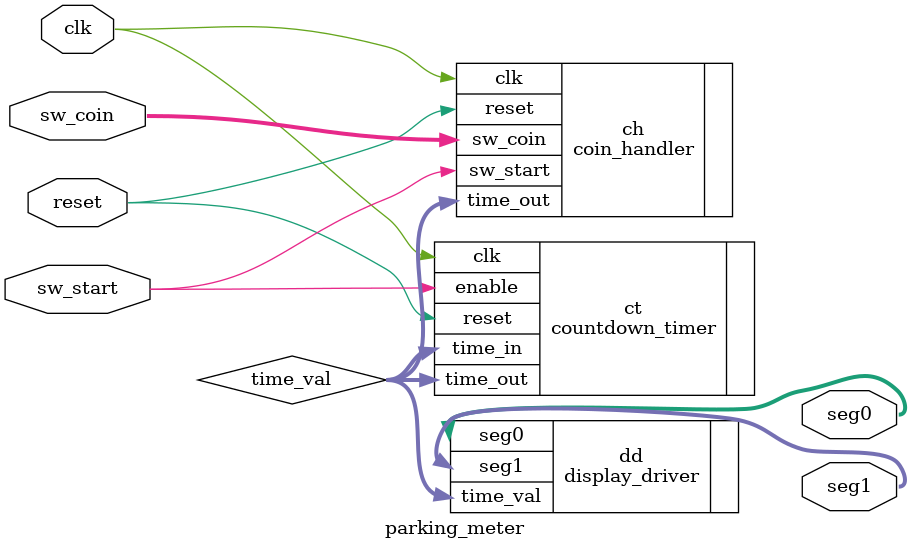
<source format=sv>
module parking_meter(
    input logic clk,
    input logic reset,
    input logic [2:0] sw_coin,  // SW0, SW1, SW2
    input logic sw_start,       // SW4
    output logic [6:0] seg0, seg1 // Two 7-segment displays
);

    logic [7:0] time_val;  // max 99 seconds

    coin_handler ch(
        .clk(clk),
        .reset(reset),
        .sw_coin(sw_coin),
        .sw_start(sw_start),
        .time_out(time_val)
    );

    countdown_timer ct(
        .clk(clk),
        .reset(reset),
        .enable(sw_start),
        .time_in(time_val),
        .time_out(time_val)
    );

    display_driver dd(
        .time_val(time_val),
        .seg0(seg0),
        .seg1(seg1)
    );

endmodule
</source>
